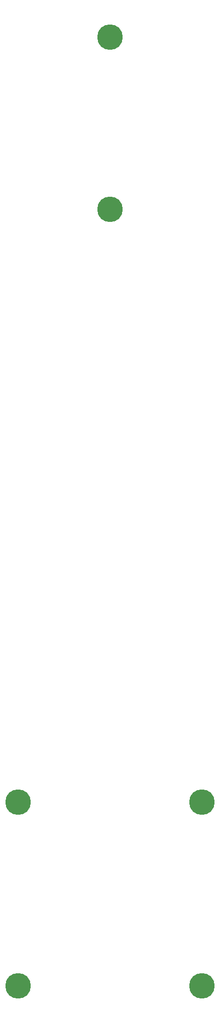
<source format=gbs>
G04*
G04 #@! TF.GenerationSoftware,Altium Limited,Altium Designer,21.2.0 (30)*
G04*
G04 Layer_Color=16711935*
%FSLAX25Y25*%
%MOIN*%
G70*
G04*
G04 #@! TF.SameCoordinates,4CBECB1B-55B4-4B8D-9185-352C28CE6FA5*
G04*
G04*
G04 #@! TF.FilePolarity,Negative*
G04*
G01*
G75*
%ADD11C,0.16942*%
D11*
X22244Y144291D02*
D03*
X144291D02*
D03*
Y22244D02*
D03*
X22244D02*
D03*
X83268Y652311D02*
D03*
Y537847D02*
D03*
M02*

</source>
